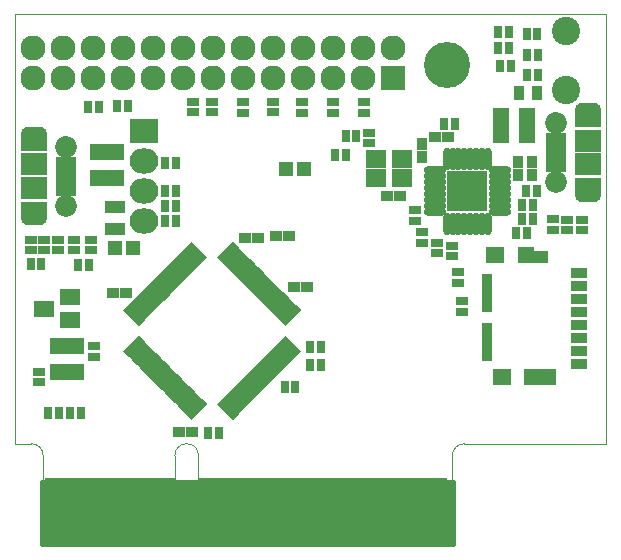
<source format=gts>
G04 #@! TF.FileFunction,Soldermask,Top*
%FSLAX46Y46*%
G04 Gerber Fmt 4.6, Leading zero omitted, Abs format (unit mm)*
G04 Created by KiCad (PCBNEW 4.0.7) date 09/09/17 19:38:47*
%MOMM*%
%LPD*%
G01*
G04 APERTURE LIST*
%ADD10C,0.100000*%
%ADD11R,1.800000X1.400000*%
%ADD12R,0.800000X1.000000*%
%ADD13R,1.400000X0.900000*%
%ADD14R,2.790000X1.450000*%
%ADD15R,1.600000X1.450000*%
%ADD16R,1.480000X1.450000*%
%ADD17R,1.180000X1.120000*%
%ADD18R,0.950000X3.310000*%
%ADD19R,2.432000X2.127200*%
%ADD20O,2.432000X2.127200*%
%ADD21R,1.000000X0.800000*%
%ADD22R,1.000000X0.900000*%
%ADD23R,1.200000X1.150000*%
%ADD24R,0.900000X1.000000*%
%ADD25R,2.127200X2.127200*%
%ADD26O,2.127200X2.127200*%
%ADD27C,3.900000*%
%ADD28R,0.900000X1.300000*%
%ADD29R,1.700000X1.100000*%
%ADD30R,1.900000X1.900000*%
%ADD31O,1.900000X0.650000*%
%ADD32O,0.650000X1.900000*%
%ADD33R,1.800000X1.550000*%
%ADD34C,2.400000*%
%ADD35O,2.300000X1.400000*%
%ADD36R,2.300000X1.900000*%
%ADD37C,1.850000*%
%ADD38R,2.300000X1.300000*%
%ADD39R,1.750000X0.800000*%
%ADD40R,1.050000X1.460000*%
%ADD41R,1.460000X1.050000*%
%ADD42R,1.100000X4.250000*%
%ADD43C,0.250000*%
G04 APERTURE END LIST*
D10*
X137927358Y-135315553D02*
X137927358Y-135715553D01*
X126777358Y-135715553D02*
X126777358Y-135315553D01*
X127777358Y-136715553D02*
X126777358Y-135715553D01*
X136927358Y-136715553D02*
X127777358Y-136715553D01*
X137927358Y-135715553D02*
X136927358Y-136715553D01*
X161427358Y-135315553D02*
X161427358Y-135715553D01*
X139927358Y-135715553D02*
X139927358Y-135315553D01*
X140927358Y-136715553D02*
X139927358Y-135715553D01*
X160427358Y-136715553D02*
X140927358Y-136715553D01*
X161427358Y-135715553D02*
X160427358Y-136715553D01*
X124427358Y-91915553D02*
X174427358Y-91915553D01*
X174427358Y-128315553D02*
X174427358Y-91915553D01*
X174427358Y-128315553D02*
X162427358Y-128315553D01*
X124427358Y-128315553D02*
X124427358Y-91915553D01*
X125777358Y-128315553D02*
X124427358Y-128315553D01*
X125777358Y-128315553D02*
G75*
G02X126777358Y-129315553I0J-1000000D01*
G01*
X126777358Y-135315553D02*
X126777358Y-129315553D01*
X137927358Y-129315553D02*
X137927358Y-135315553D01*
X137927358Y-129315553D02*
G75*
G02X139927358Y-129315553I1000000J0D01*
G01*
X139927358Y-135315553D02*
X139927358Y-129315553D01*
X161427358Y-129315553D02*
X161427358Y-135315553D01*
X161427358Y-129315553D02*
G75*
G02X162427358Y-128315553I1000000J0D01*
G01*
D11*
X129070000Y-117830000D03*
X129070000Y-115930000D03*
X126870000Y-116880000D03*
D12*
X137991000Y-104521000D03*
X137091000Y-104521000D03*
D13*
X172127800Y-121602800D03*
X172127800Y-120502800D03*
X172127800Y-119402800D03*
X172127800Y-118302800D03*
X172127800Y-117202800D03*
X172127800Y-116102800D03*
X172127800Y-115002800D03*
X172127800Y-113902800D03*
D14*
X168822800Y-122652800D03*
D15*
X165637800Y-122652800D03*
X165067800Y-112327800D03*
D16*
X167677800Y-112327800D03*
D17*
X168947800Y-112542800D03*
D18*
X164392800Y-119747800D03*
X164392800Y-115557800D03*
D19*
X135331200Y-101854000D03*
D20*
X135331200Y-104394000D03*
X135331200Y-106934000D03*
X135331200Y-109474000D03*
D21*
X143687800Y-99422800D03*
X143687800Y-100322800D03*
X162280000Y-116230000D03*
X162280000Y-117130000D03*
D22*
X133773000Y-115570000D03*
X132673000Y-115570000D03*
D23*
X147332000Y-105029000D03*
X148832000Y-105029000D03*
D24*
X158877000Y-104055000D03*
X158877000Y-102955000D03*
D22*
X155914000Y-107315000D03*
X157014000Y-107315000D03*
X144949000Y-110871000D03*
X143849000Y-110871000D03*
X161078000Y-102362000D03*
X159978000Y-102362000D03*
D23*
X132854000Y-111760000D03*
X134354000Y-111760000D03*
D22*
X139380000Y-127360000D03*
X138280000Y-127360000D03*
X149140000Y-115062000D03*
X148040000Y-115062000D03*
D24*
X167005000Y-105579000D03*
X167005000Y-104479000D03*
D25*
X156428440Y-97363280D03*
D26*
X156428440Y-94823280D03*
X153888440Y-97363280D03*
X153888440Y-94823280D03*
X151348440Y-97363280D03*
X151348440Y-94823280D03*
X148808440Y-97363280D03*
X148808440Y-94823280D03*
X146268440Y-97363280D03*
X146268440Y-94823280D03*
X143728440Y-97363280D03*
X143728440Y-94823280D03*
X141188440Y-97363280D03*
X141188440Y-94823280D03*
X138648440Y-97363280D03*
X138648440Y-94823280D03*
X136108440Y-97363280D03*
X136108440Y-94823280D03*
X133568440Y-97363280D03*
X133568440Y-94823280D03*
X131028440Y-97363280D03*
X131028440Y-94823280D03*
X128488440Y-97363280D03*
X128488440Y-94823280D03*
X125948440Y-97363280D03*
X125948440Y-94823280D03*
D27*
X160998440Y-96293280D03*
D28*
X168580000Y-98620000D03*
X167080000Y-98620000D03*
D29*
X132842000Y-110170000D03*
X132842000Y-108270000D03*
D12*
X168217000Y-108077000D03*
X167317000Y-108077000D03*
X167698000Y-106934000D03*
X168598000Y-106934000D03*
D21*
X148666200Y-100297400D03*
X148666200Y-99397400D03*
X146253200Y-100272000D03*
X146253200Y-99372000D03*
D12*
X137091000Y-106934000D03*
X137991000Y-106934000D03*
X137991000Y-109474000D03*
X137091000Y-109474000D03*
X137991000Y-108204000D03*
X137091000Y-108204000D03*
X161613000Y-101219000D03*
X160713000Y-101219000D03*
D21*
X153949400Y-99397400D03*
X153949400Y-100297400D03*
X151333200Y-99422800D03*
X151333200Y-100322800D03*
D12*
X130614000Y-99822000D03*
X131514000Y-99822000D03*
X133027000Y-99695000D03*
X133927000Y-99695000D03*
D21*
X139446000Y-99372000D03*
X139446000Y-100272000D03*
X154406600Y-102888200D03*
X154406600Y-101988200D03*
D12*
X148125600Y-123545600D03*
X147225600Y-123545600D03*
D21*
X158877000Y-110421000D03*
X158877000Y-111321000D03*
X160147000Y-111310000D03*
X160147000Y-112210000D03*
D12*
X149410000Y-121666000D03*
X150310000Y-121666000D03*
D21*
X161417000Y-111564000D03*
X161417000Y-112464000D03*
X161890000Y-113790000D03*
X161890000Y-114690000D03*
X158242000Y-108541400D03*
X158242000Y-109441400D03*
D12*
X149410000Y-120142000D03*
X150310000Y-120142000D03*
X140774000Y-127381000D03*
X141674000Y-127381000D03*
X153276720Y-102275640D03*
X152376720Y-102275640D03*
D30*
X161937000Y-107684000D03*
X161937000Y-106184000D03*
X163437000Y-106184000D03*
D31*
X165437000Y-108684000D03*
X165437000Y-108184000D03*
X165437000Y-107684000D03*
X165437000Y-107184000D03*
X165437000Y-106684000D03*
X165437000Y-106184000D03*
X165437000Y-105684000D03*
X165437000Y-105184000D03*
D32*
X164437000Y-104184000D03*
X163937000Y-104184000D03*
X163437000Y-104184000D03*
X162937000Y-104184000D03*
X162437000Y-104184000D03*
X161937000Y-104184000D03*
X161437000Y-104184000D03*
X160937000Y-104184000D03*
D31*
X159937000Y-105184000D03*
X159937000Y-105684000D03*
X159937000Y-106184000D03*
X159937000Y-106684000D03*
X159937000Y-107184000D03*
X159937000Y-107684000D03*
X159937000Y-108184000D03*
X159937000Y-108684000D03*
D32*
X160937000Y-109684000D03*
X161437000Y-109684000D03*
X161937000Y-109684000D03*
X162437000Y-109684000D03*
X162937000Y-109684000D03*
X163437000Y-109684000D03*
X163937000Y-109684000D03*
X164437000Y-109684000D03*
D30*
X163437000Y-107684000D03*
D33*
X154983000Y-105829000D03*
X154983000Y-104229000D03*
X157183000Y-104229000D03*
X157183000Y-105829000D03*
D34*
X171074080Y-93411040D03*
X171074080Y-98411040D03*
D24*
X168148000Y-105579000D03*
X168148000Y-104479000D03*
D22*
X147616000Y-110769400D03*
X146516000Y-110769400D03*
D21*
X141046200Y-99346600D03*
X141046200Y-100246600D03*
D12*
X129990000Y-125730000D03*
X129090000Y-125730000D03*
D21*
X130810000Y-111956000D03*
X130810000Y-111056000D03*
X129413000Y-111956000D03*
X129413000Y-111056000D03*
D12*
X126611800Y-113106200D03*
X125711800Y-113106200D03*
X166810000Y-110440000D03*
X167710000Y-110440000D03*
X167310000Y-109260000D03*
X168210000Y-109260000D03*
X130625000Y-113157000D03*
X129725000Y-113157000D03*
D10*
G36*
X146831211Y-117840329D02*
X148147278Y-116524262D01*
X148621039Y-116998023D01*
X147304972Y-118314090D01*
X146831211Y-117840329D01*
X146831211Y-117840329D01*
G37*
G36*
X146477658Y-117486777D02*
X147793725Y-116170710D01*
X148267486Y-116644471D01*
X146951419Y-117960538D01*
X146477658Y-117486777D01*
X146477658Y-117486777D01*
G37*
G36*
X146124104Y-117133222D02*
X147440171Y-115817155D01*
X147913932Y-116290916D01*
X146597865Y-117606983D01*
X146124104Y-117133222D01*
X146124104Y-117133222D01*
G37*
G36*
X145770551Y-116779670D02*
X147086618Y-115463603D01*
X147560379Y-115937364D01*
X146244312Y-117253431D01*
X145770551Y-116779670D01*
X145770551Y-116779670D01*
G37*
G36*
X145416996Y-116426115D02*
X146733063Y-115110048D01*
X147206824Y-115583809D01*
X145890757Y-116899876D01*
X145416996Y-116426115D01*
X145416996Y-116426115D01*
G37*
G36*
X145063444Y-116072562D02*
X146379511Y-114756495D01*
X146853272Y-115230256D01*
X145537205Y-116546323D01*
X145063444Y-116072562D01*
X145063444Y-116072562D01*
G37*
G36*
X144709891Y-115719010D02*
X146025958Y-114402943D01*
X146499719Y-114876704D01*
X145183652Y-116192771D01*
X144709891Y-115719010D01*
X144709891Y-115719010D01*
G37*
G36*
X144356337Y-115365455D02*
X145672404Y-114049388D01*
X146146165Y-114523149D01*
X144830098Y-115839216D01*
X144356337Y-115365455D01*
X144356337Y-115365455D01*
G37*
G36*
X144002784Y-115011902D02*
X145318851Y-113695835D01*
X145792612Y-114169596D01*
X144476545Y-115485663D01*
X144002784Y-115011902D01*
X144002784Y-115011902D01*
G37*
G36*
X143649229Y-114658348D02*
X144965296Y-113342281D01*
X145439057Y-113816042D01*
X144122990Y-115132109D01*
X143649229Y-114658348D01*
X143649229Y-114658348D01*
G37*
G36*
X143295677Y-114304795D02*
X144611744Y-112988728D01*
X145085505Y-113462489D01*
X143769438Y-114778556D01*
X143295677Y-114304795D01*
X143295677Y-114304795D01*
G37*
G36*
X142942124Y-113951243D02*
X144258191Y-112635176D01*
X144731952Y-113108937D01*
X143415885Y-114425004D01*
X142942124Y-113951243D01*
X142942124Y-113951243D01*
G37*
G36*
X142588569Y-113597688D02*
X143904636Y-112281621D01*
X144378397Y-112755382D01*
X143062330Y-114071449D01*
X142588569Y-113597688D01*
X142588569Y-113597688D01*
G37*
G36*
X142235017Y-113244135D02*
X143551084Y-111928068D01*
X144024845Y-112401829D01*
X142708778Y-113717896D01*
X142235017Y-113244135D01*
X142235017Y-113244135D01*
G37*
G36*
X141881462Y-112890581D02*
X143197529Y-111574514D01*
X143671290Y-112048275D01*
X142355223Y-113364342D01*
X141881462Y-112890581D01*
X141881462Y-112890581D01*
G37*
G36*
X141527910Y-112537028D02*
X142843977Y-111220961D01*
X143317738Y-111694722D01*
X142001671Y-113010789D01*
X141527910Y-112537028D01*
X141527910Y-112537028D01*
G37*
G36*
X139350023Y-111220961D02*
X140666090Y-112537028D01*
X140192329Y-113010789D01*
X138876262Y-111694722D01*
X139350023Y-111220961D01*
X139350023Y-111220961D01*
G37*
G36*
X138996471Y-111574514D02*
X140312538Y-112890581D01*
X139838777Y-113364342D01*
X138522710Y-112048275D01*
X138996471Y-111574514D01*
X138996471Y-111574514D01*
G37*
G36*
X138642916Y-111928068D02*
X139958983Y-113244135D01*
X139485222Y-113717896D01*
X138169155Y-112401829D01*
X138642916Y-111928068D01*
X138642916Y-111928068D01*
G37*
G36*
X138289364Y-112281621D02*
X139605431Y-113597688D01*
X139131670Y-114071449D01*
X137815603Y-112755382D01*
X138289364Y-112281621D01*
X138289364Y-112281621D01*
G37*
G36*
X137935809Y-112635176D02*
X139251876Y-113951243D01*
X138778115Y-114425004D01*
X137462048Y-113108937D01*
X137935809Y-112635176D01*
X137935809Y-112635176D01*
G37*
G36*
X137582256Y-112988728D02*
X138898323Y-114304795D01*
X138424562Y-114778556D01*
X137108495Y-113462489D01*
X137582256Y-112988728D01*
X137582256Y-112988728D01*
G37*
G36*
X137228704Y-113342281D02*
X138544771Y-114658348D01*
X138071010Y-115132109D01*
X136754943Y-113816042D01*
X137228704Y-113342281D01*
X137228704Y-113342281D01*
G37*
G36*
X136875149Y-113695835D02*
X138191216Y-115011902D01*
X137717455Y-115485663D01*
X136401388Y-114169596D01*
X136875149Y-113695835D01*
X136875149Y-113695835D01*
G37*
G36*
X136521596Y-114049388D02*
X137837663Y-115365455D01*
X137363902Y-115839216D01*
X136047835Y-114523149D01*
X136521596Y-114049388D01*
X136521596Y-114049388D01*
G37*
G36*
X136168042Y-114402943D02*
X137484109Y-115719010D01*
X137010348Y-116192771D01*
X135694281Y-114876704D01*
X136168042Y-114402943D01*
X136168042Y-114402943D01*
G37*
G36*
X135814489Y-114756495D02*
X137130556Y-116072562D01*
X136656795Y-116546323D01*
X135340728Y-115230256D01*
X135814489Y-114756495D01*
X135814489Y-114756495D01*
G37*
G36*
X135460937Y-115110048D02*
X136777004Y-116426115D01*
X136303243Y-116899876D01*
X134987176Y-115583809D01*
X135460937Y-115110048D01*
X135460937Y-115110048D01*
G37*
G36*
X135107382Y-115463603D02*
X136423449Y-116779670D01*
X135949688Y-117253431D01*
X134633621Y-115937364D01*
X135107382Y-115463603D01*
X135107382Y-115463603D01*
G37*
G36*
X134753829Y-115817155D02*
X136069896Y-117133222D01*
X135596135Y-117606983D01*
X134280068Y-116290916D01*
X134753829Y-115817155D01*
X134753829Y-115817155D01*
G37*
G36*
X134400275Y-116170710D02*
X135716342Y-117486777D01*
X135242581Y-117960538D01*
X133926514Y-116644471D01*
X134400275Y-116170710D01*
X134400275Y-116170710D01*
G37*
G36*
X134046722Y-116524262D02*
X135362789Y-117840329D01*
X134889028Y-118314090D01*
X133572961Y-116998023D01*
X134046722Y-116524262D01*
X134046722Y-116524262D01*
G37*
G36*
X133572961Y-120491977D02*
X134889028Y-119175910D01*
X135362789Y-119649671D01*
X134046722Y-120965738D01*
X133572961Y-120491977D01*
X133572961Y-120491977D01*
G37*
G36*
X133926514Y-120845529D02*
X135242581Y-119529462D01*
X135716342Y-120003223D01*
X134400275Y-121319290D01*
X133926514Y-120845529D01*
X133926514Y-120845529D01*
G37*
G36*
X134280068Y-121199084D02*
X135596135Y-119883017D01*
X136069896Y-120356778D01*
X134753829Y-121672845D01*
X134280068Y-121199084D01*
X134280068Y-121199084D01*
G37*
G36*
X134633621Y-121552636D02*
X135949688Y-120236569D01*
X136423449Y-120710330D01*
X135107382Y-122026397D01*
X134633621Y-121552636D01*
X134633621Y-121552636D01*
G37*
G36*
X134987176Y-121906191D02*
X136303243Y-120590124D01*
X136777004Y-121063885D01*
X135460937Y-122379952D01*
X134987176Y-121906191D01*
X134987176Y-121906191D01*
G37*
G36*
X135340728Y-122259744D02*
X136656795Y-120943677D01*
X137130556Y-121417438D01*
X135814489Y-122733505D01*
X135340728Y-122259744D01*
X135340728Y-122259744D01*
G37*
G36*
X135694281Y-122613296D02*
X137010348Y-121297229D01*
X137484109Y-121770990D01*
X136168042Y-123087057D01*
X135694281Y-122613296D01*
X135694281Y-122613296D01*
G37*
G36*
X136047835Y-122966851D02*
X137363902Y-121650784D01*
X137837663Y-122124545D01*
X136521596Y-123440612D01*
X136047835Y-122966851D01*
X136047835Y-122966851D01*
G37*
G36*
X136401388Y-123320404D02*
X137717455Y-122004337D01*
X138191216Y-122478098D01*
X136875149Y-123794165D01*
X136401388Y-123320404D01*
X136401388Y-123320404D01*
G37*
G36*
X136754943Y-123673958D02*
X138071010Y-122357891D01*
X138544771Y-122831652D01*
X137228704Y-124147719D01*
X136754943Y-123673958D01*
X136754943Y-123673958D01*
G37*
G36*
X137108495Y-124027511D02*
X138424562Y-122711444D01*
X138898323Y-123185205D01*
X137582256Y-124501272D01*
X137108495Y-124027511D01*
X137108495Y-124027511D01*
G37*
G36*
X137462048Y-124381063D02*
X138778115Y-123064996D01*
X139251876Y-123538757D01*
X137935809Y-124854824D01*
X137462048Y-124381063D01*
X137462048Y-124381063D01*
G37*
G36*
X137815603Y-124734618D02*
X139131670Y-123418551D01*
X139605431Y-123892312D01*
X138289364Y-125208379D01*
X137815603Y-124734618D01*
X137815603Y-124734618D01*
G37*
G36*
X138169155Y-125088171D02*
X139485222Y-123772104D01*
X139958983Y-124245865D01*
X138642916Y-125561932D01*
X138169155Y-125088171D01*
X138169155Y-125088171D01*
G37*
G36*
X138522710Y-125441725D02*
X139838777Y-124125658D01*
X140312538Y-124599419D01*
X138996471Y-125915486D01*
X138522710Y-125441725D01*
X138522710Y-125441725D01*
G37*
G36*
X138876262Y-125795278D02*
X140192329Y-124479211D01*
X140666090Y-124952972D01*
X139350023Y-126269039D01*
X138876262Y-125795278D01*
X138876262Y-125795278D01*
G37*
G36*
X142001671Y-124479211D02*
X143317738Y-125795278D01*
X142843977Y-126269039D01*
X141527910Y-124952972D01*
X142001671Y-124479211D01*
X142001671Y-124479211D01*
G37*
G36*
X142355223Y-124125658D02*
X143671290Y-125441725D01*
X143197529Y-125915486D01*
X141881462Y-124599419D01*
X142355223Y-124125658D01*
X142355223Y-124125658D01*
G37*
G36*
X142708778Y-123772104D02*
X144024845Y-125088171D01*
X143551084Y-125561932D01*
X142235017Y-124245865D01*
X142708778Y-123772104D01*
X142708778Y-123772104D01*
G37*
G36*
X143062330Y-123418551D02*
X144378397Y-124734618D01*
X143904636Y-125208379D01*
X142588569Y-123892312D01*
X143062330Y-123418551D01*
X143062330Y-123418551D01*
G37*
G36*
X143415885Y-123064996D02*
X144731952Y-124381063D01*
X144258191Y-124854824D01*
X142942124Y-123538757D01*
X143415885Y-123064996D01*
X143415885Y-123064996D01*
G37*
G36*
X143769438Y-122711444D02*
X145085505Y-124027511D01*
X144611744Y-124501272D01*
X143295677Y-123185205D01*
X143769438Y-122711444D01*
X143769438Y-122711444D01*
G37*
G36*
X144122990Y-122357891D02*
X145439057Y-123673958D01*
X144965296Y-124147719D01*
X143649229Y-122831652D01*
X144122990Y-122357891D01*
X144122990Y-122357891D01*
G37*
G36*
X144476545Y-122004337D02*
X145792612Y-123320404D01*
X145318851Y-123794165D01*
X144002784Y-122478098D01*
X144476545Y-122004337D01*
X144476545Y-122004337D01*
G37*
G36*
X144830098Y-121650784D02*
X146146165Y-122966851D01*
X145672404Y-123440612D01*
X144356337Y-122124545D01*
X144830098Y-121650784D01*
X144830098Y-121650784D01*
G37*
G36*
X145183652Y-121297229D02*
X146499719Y-122613296D01*
X146025958Y-123087057D01*
X144709891Y-121770990D01*
X145183652Y-121297229D01*
X145183652Y-121297229D01*
G37*
G36*
X145537205Y-120943677D02*
X146853272Y-122259744D01*
X146379511Y-122733505D01*
X145063444Y-121417438D01*
X145537205Y-120943677D01*
X145537205Y-120943677D01*
G37*
G36*
X145890757Y-120590124D02*
X147206824Y-121906191D01*
X146733063Y-122379952D01*
X145416996Y-121063885D01*
X145890757Y-120590124D01*
X145890757Y-120590124D01*
G37*
G36*
X146244312Y-120236569D02*
X147560379Y-121552636D01*
X147086618Y-122026397D01*
X145770551Y-120710330D01*
X146244312Y-120236569D01*
X146244312Y-120236569D01*
G37*
G36*
X146597865Y-119883017D02*
X147913932Y-121199084D01*
X147440171Y-121672845D01*
X146124104Y-120356778D01*
X146597865Y-119883017D01*
X146597865Y-119883017D01*
G37*
G36*
X146951419Y-119529462D02*
X148267486Y-120845529D01*
X147793725Y-121319290D01*
X146477658Y-120003223D01*
X146951419Y-119529462D01*
X146951419Y-119529462D01*
G37*
G36*
X147304972Y-119175910D02*
X148621039Y-120491977D01*
X148147278Y-120965738D01*
X146831211Y-119649671D01*
X147304972Y-119175910D01*
X147304972Y-119175910D01*
G37*
D12*
X151520000Y-103840000D03*
X152420000Y-103840000D03*
X167720000Y-93660000D03*
X168620000Y-93660000D03*
X168650000Y-97100000D03*
X167750000Y-97100000D03*
X165290000Y-94820000D03*
X166190000Y-94820000D03*
X165290000Y-93460000D03*
X166190000Y-93460000D03*
X168650000Y-95400000D03*
X167750000Y-95400000D03*
X165450000Y-96310000D03*
X166350000Y-96310000D03*
D35*
X125984000Y-109164000D03*
D36*
X125984000Y-106664000D03*
D37*
X128684000Y-108164000D03*
D38*
X125984000Y-108414000D03*
D39*
X128684000Y-104364000D03*
X128684000Y-105014000D03*
X128684000Y-105664000D03*
X128684000Y-106314000D03*
X128684000Y-106964000D03*
D37*
X128684000Y-103164000D03*
D35*
X125984000Y-102164000D03*
D36*
X125984000Y-104664000D03*
D38*
X125984000Y-102914000D03*
D35*
X172874940Y-100157400D03*
D36*
X172874940Y-102657400D03*
D37*
X170174940Y-101157400D03*
D38*
X172874940Y-100907400D03*
D39*
X170174940Y-104957400D03*
X170174940Y-104307400D03*
X170174940Y-103657400D03*
X170174940Y-103007400D03*
X170174940Y-102357400D03*
D37*
X170174940Y-106157400D03*
D35*
X172874940Y-107157400D03*
D36*
X172874940Y-104657400D03*
D38*
X172874940Y-106407400D03*
D40*
X131230000Y-105840000D03*
X132180000Y-105840000D03*
X133130000Y-105840000D03*
X133130000Y-103640000D03*
X131230000Y-103640000D03*
X132180000Y-103640000D03*
D41*
X167720000Y-102330000D03*
X167720000Y-101380000D03*
X167720000Y-100430000D03*
X165520000Y-100430000D03*
X165520000Y-102330000D03*
X165520000Y-101380000D03*
D12*
X127210400Y-125704600D03*
X128110400Y-125704600D03*
D21*
X126873000Y-111956000D03*
X126873000Y-111056000D03*
X128016000Y-111956000D03*
X128016000Y-111056000D03*
X125730000Y-111956000D03*
X125730000Y-111056000D03*
X169940000Y-109330000D03*
X169940000Y-110230000D03*
X171160000Y-109350000D03*
X171160000Y-110250000D03*
X172390000Y-109350000D03*
X172390000Y-110250000D03*
D42*
X127431800Y-133360400D03*
X128431800Y-133360400D03*
X129431800Y-133360400D03*
X130431800Y-133360400D03*
X131431800Y-133360400D03*
X132431800Y-133360400D03*
X133431800Y-133360400D03*
X134431800Y-133360400D03*
X135431800Y-133360400D03*
X136431800Y-133360400D03*
X137431800Y-133360400D03*
X140431800Y-133360400D03*
X141431800Y-133360400D03*
X142431800Y-133360400D03*
X143431800Y-133360400D03*
X144431800Y-133360400D03*
X145431800Y-133360400D03*
X146431800Y-133360400D03*
X147431800Y-133360400D03*
X148431800Y-133360400D03*
X149431800Y-133360400D03*
X150431800Y-133360400D03*
X151431800Y-133360400D03*
X152431800Y-133360400D03*
X153431800Y-133360400D03*
X154431800Y-133360400D03*
X155431800Y-133360400D03*
X156431800Y-133360400D03*
X157431800Y-133360400D03*
X158431800Y-133360400D03*
X159431800Y-133360400D03*
X160431800Y-133360400D03*
D40*
X127870000Y-122220000D03*
X128820000Y-122220000D03*
X129770000Y-122220000D03*
X129770000Y-120020000D03*
X127870000Y-120020000D03*
X128820000Y-120020000D03*
D21*
X126420000Y-122220000D03*
X126420000Y-123120000D03*
X131060000Y-120060000D03*
X131060000Y-120960000D03*
D43*
G36*
X161546000Y-136908000D02*
X126617000Y-136908000D01*
X126617000Y-131443000D01*
X161546000Y-131443000D01*
X161546000Y-136908000D01*
X161546000Y-136908000D01*
G37*
X161546000Y-136908000D02*
X126617000Y-136908000D01*
X126617000Y-131443000D01*
X161546000Y-131443000D01*
X161546000Y-136908000D01*
M02*

</source>
